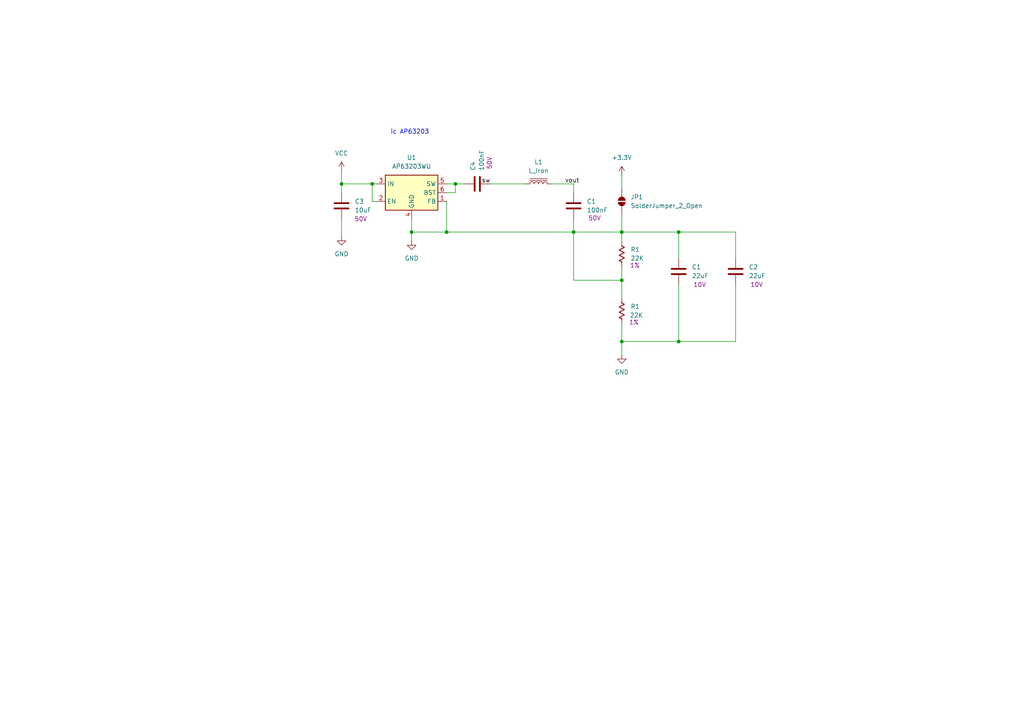
<source format=kicad_sch>
(kicad_sch
	(version 20250114)
	(generator "eeschema")
	(generator_version "9.0")
	(uuid "f0c6a69c-6524-4e6f-b39b-cc94dcccafd7")
	(paper "A4")
	(lib_symbols
		(symbol "Device:L_Iron"
			(pin_numbers
				(hide yes)
			)
			(pin_names
				(offset 1.016)
				(hide yes)
			)
			(exclude_from_sim no)
			(in_bom yes)
			(on_board yes)
			(property "Reference" "L"
				(at -1.27 0 90)
				(effects
					(font
						(size 1.27 1.27)
					)
				)
			)
			(property "Value" "L_Iron"
				(at 2.794 0 90)
				(effects
					(font
						(size 1.27 1.27)
					)
				)
			)
			(property "Footprint" ""
				(at 0 0 0)
				(effects
					(font
						(size 1.27 1.27)
					)
					(hide yes)
				)
			)
			(property "Datasheet" "~"
				(at 0 0 0)
				(effects
					(font
						(size 1.27 1.27)
					)
					(hide yes)
				)
			)
			(property "Description" "Inductor with iron core"
				(at 0 0 0)
				(effects
					(font
						(size 1.27 1.27)
					)
					(hide yes)
				)
			)
			(property "ki_keywords" "inductor choke coil reactor magnetic"
				(at 0 0 0)
				(effects
					(font
						(size 1.27 1.27)
					)
					(hide yes)
				)
			)
			(property "ki_fp_filters" "Choke_* *Coil* Inductor_* L_*"
				(at 0 0 0)
				(effects
					(font
						(size 1.27 1.27)
					)
					(hide yes)
				)
			)
			(symbol "L_Iron_0_1"
				(arc
					(start 0 2.54)
					(mid 0.6323 1.905)
					(end 0 1.27)
					(stroke
						(width 0)
						(type default)
					)
					(fill
						(type none)
					)
				)
				(arc
					(start 0 1.27)
					(mid 0.6323 0.635)
					(end 0 0)
					(stroke
						(width 0)
						(type default)
					)
					(fill
						(type none)
					)
				)
				(arc
					(start 0 0)
					(mid 0.6323 -0.635)
					(end 0 -1.27)
					(stroke
						(width 0)
						(type default)
					)
					(fill
						(type none)
					)
				)
				(arc
					(start 0 -1.27)
					(mid 0.6323 -1.905)
					(end 0 -2.54)
					(stroke
						(width 0)
						(type default)
					)
					(fill
						(type none)
					)
				)
				(polyline
					(pts
						(xy 1.016 2.54) (xy 1.016 -2.54)
					)
					(stroke
						(width 0)
						(type default)
					)
					(fill
						(type none)
					)
				)
				(polyline
					(pts
						(xy 1.524 -2.54) (xy 1.524 2.54)
					)
					(stroke
						(width 0)
						(type default)
					)
					(fill
						(type none)
					)
				)
			)
			(symbol "L_Iron_1_1"
				(pin passive line
					(at 0 3.81 270)
					(length 1.27)
					(name "1"
						(effects
							(font
								(size 1.27 1.27)
							)
						)
					)
					(number "1"
						(effects
							(font
								(size 1.27 1.27)
							)
						)
					)
				)
				(pin passive line
					(at 0 -3.81 90)
					(length 1.27)
					(name "2"
						(effects
							(font
								(size 1.27 1.27)
							)
						)
					)
					(number "2"
						(effects
							(font
								(size 1.27 1.27)
							)
						)
					)
				)
			)
			(embedded_fonts no)
		)
		(symbol "Jumper:SolderJumper_2_Open"
			(pin_numbers
				(hide yes)
			)
			(pin_names
				(offset 0)
				(hide yes)
			)
			(exclude_from_sim no)
			(in_bom no)
			(on_board yes)
			(property "Reference" "JP"
				(at 0 2.032 0)
				(effects
					(font
						(size 1.27 1.27)
					)
				)
			)
			(property "Value" "SolderJumper_2_Open"
				(at 0 -2.54 0)
				(effects
					(font
						(size 1.27 1.27)
					)
				)
			)
			(property "Footprint" ""
				(at 0 0 0)
				(effects
					(font
						(size 1.27 1.27)
					)
					(hide yes)
				)
			)
			(property "Datasheet" "~"
				(at 0 0 0)
				(effects
					(font
						(size 1.27 1.27)
					)
					(hide yes)
				)
			)
			(property "Description" "Solder Jumper, 2-pole, open"
				(at 0 0 0)
				(effects
					(font
						(size 1.27 1.27)
					)
					(hide yes)
				)
			)
			(property "ki_keywords" "solder jumper SPST"
				(at 0 0 0)
				(effects
					(font
						(size 1.27 1.27)
					)
					(hide yes)
				)
			)
			(property "ki_fp_filters" "SolderJumper*Open*"
				(at 0 0 0)
				(effects
					(font
						(size 1.27 1.27)
					)
					(hide yes)
				)
			)
			(symbol "SolderJumper_2_Open_0_1"
				(polyline
					(pts
						(xy -0.254 1.016) (xy -0.254 -1.016)
					)
					(stroke
						(width 0)
						(type default)
					)
					(fill
						(type none)
					)
				)
				(arc
					(start -0.254 -1.016)
					(mid -1.2656 0)
					(end -0.254 1.016)
					(stroke
						(width 0)
						(type default)
					)
					(fill
						(type none)
					)
				)
				(arc
					(start -0.254 -1.016)
					(mid -1.2656 0)
					(end -0.254 1.016)
					(stroke
						(width 0)
						(type default)
					)
					(fill
						(type outline)
					)
				)
				(arc
					(start 0.254 1.016)
					(mid 1.2656 0)
					(end 0.254 -1.016)
					(stroke
						(width 0)
						(type default)
					)
					(fill
						(type none)
					)
				)
				(arc
					(start 0.254 1.016)
					(mid 1.2656 0)
					(end 0.254 -1.016)
					(stroke
						(width 0)
						(type default)
					)
					(fill
						(type outline)
					)
				)
				(polyline
					(pts
						(xy 0.254 1.016) (xy 0.254 -1.016)
					)
					(stroke
						(width 0)
						(type default)
					)
					(fill
						(type none)
					)
				)
			)
			(symbol "SolderJumper_2_Open_1_1"
				(pin passive line
					(at -3.81 0 0)
					(length 2.54)
					(name "A"
						(effects
							(font
								(size 1.27 1.27)
							)
						)
					)
					(number "1"
						(effects
							(font
								(size 1.27 1.27)
							)
						)
					)
				)
				(pin passive line
					(at 3.81 0 180)
					(length 2.54)
					(name "B"
						(effects
							(font
								(size 1.27 1.27)
							)
						)
					)
					(number "2"
						(effects
							(font
								(size 1.27 1.27)
							)
						)
					)
				)
			)
			(embedded_fonts no)
		)
		(symbol "PCM_Capacitor_AKL:C_0603"
			(pin_numbers
				(hide yes)
			)
			(pin_names
				(offset 0.254)
			)
			(exclude_from_sim no)
			(in_bom yes)
			(on_board yes)
			(property "Reference" "C"
				(at 0.635 2.54 0)
				(effects
					(font
						(size 1.27 1.27)
					)
					(justify left)
				)
			)
			(property "Value" "C_0603"
				(at 0.635 -2.54 0)
				(effects
					(font
						(size 1.27 1.27)
					)
					(justify left)
				)
			)
			(property "Footprint" "PCM_Capacitor_SMD_AKL:C_0603_1608Metric"
				(at 0.9652 -3.81 0)
				(effects
					(font
						(size 1.27 1.27)
					)
					(hide yes)
				)
			)
			(property "Datasheet" "~"
				(at 0 0 0)
				(effects
					(font
						(size 1.27 1.27)
					)
					(hide yes)
				)
			)
			(property "Description" "SMD 0603 MLCC capacitor, Alternate KiCad Library"
				(at 0 0 0)
				(effects
					(font
						(size 1.27 1.27)
					)
					(hide yes)
				)
			)
			(property "ki_keywords" "cap capacitor ceramic chip mlcc smd 0603"
				(at 0 0 0)
				(effects
					(font
						(size 1.27 1.27)
					)
					(hide yes)
				)
			)
			(property "ki_fp_filters" "C_*"
				(at 0 0 0)
				(effects
					(font
						(size 1.27 1.27)
					)
					(hide yes)
				)
			)
			(symbol "C_0603_0_1"
				(polyline
					(pts
						(xy -2.032 0.762) (xy 2.032 0.762)
					)
					(stroke
						(width 0.508)
						(type default)
					)
					(fill
						(type none)
					)
				)
				(polyline
					(pts
						(xy -2.032 -0.762) (xy 2.032 -0.762)
					)
					(stroke
						(width 0.508)
						(type default)
					)
					(fill
						(type none)
					)
				)
			)
			(symbol "C_0603_0_2"
				(polyline
					(pts
						(xy -2.54 -2.54) (xy -0.381 -0.381)
					)
					(stroke
						(width 0)
						(type default)
					)
					(fill
						(type none)
					)
				)
				(polyline
					(pts
						(xy -0.508 -0.508) (xy -1.651 0.635)
					)
					(stroke
						(width 0.508)
						(type default)
					)
					(fill
						(type none)
					)
				)
				(polyline
					(pts
						(xy -0.508 -0.508) (xy 0.635 -1.651)
					)
					(stroke
						(width 0.508)
						(type default)
					)
					(fill
						(type none)
					)
				)
				(polyline
					(pts
						(xy 0.381 0.381) (xy 2.54 2.54)
					)
					(stroke
						(width 0)
						(type default)
					)
					(fill
						(type none)
					)
				)
				(polyline
					(pts
						(xy 0.508 0.508) (xy -0.635 1.651)
					)
					(stroke
						(width 0.508)
						(type default)
					)
					(fill
						(type none)
					)
				)
				(polyline
					(pts
						(xy 0.508 0.508) (xy 1.651 -0.635)
					)
					(stroke
						(width 0.508)
						(type default)
					)
					(fill
						(type none)
					)
				)
			)
			(symbol "C_0603_1_1"
				(pin passive line
					(at 0 3.81 270)
					(length 2.794)
					(name "~"
						(effects
							(font
								(size 1.27 1.27)
							)
						)
					)
					(number "1"
						(effects
							(font
								(size 1.27 1.27)
							)
						)
					)
				)
				(pin passive line
					(at 0 -3.81 90)
					(length 2.794)
					(name "~"
						(effects
							(font
								(size 1.27 1.27)
							)
						)
					)
					(number "2"
						(effects
							(font
								(size 1.27 1.27)
							)
						)
					)
				)
			)
			(symbol "C_0603_1_2"
				(pin passive line
					(at -2.54 -2.54 90)
					(length 0)
					(name "~"
						(effects
							(font
								(size 1.27 1.27)
							)
						)
					)
					(number "2"
						(effects
							(font
								(size 1.27 1.27)
							)
						)
					)
				)
				(pin passive line
					(at 2.54 2.54 270)
					(length 0)
					(name "~"
						(effects
							(font
								(size 1.27 1.27)
							)
						)
					)
					(number "1"
						(effects
							(font
								(size 1.27 1.27)
							)
						)
					)
				)
			)
			(embedded_fonts no)
		)
		(symbol "PCM_Capacitor_AKL:C_1206"
			(pin_numbers
				(hide yes)
			)
			(pin_names
				(offset 0.254)
			)
			(exclude_from_sim no)
			(in_bom yes)
			(on_board yes)
			(property "Reference" "C"
				(at 0.635 2.54 0)
				(effects
					(font
						(size 1.27 1.27)
					)
					(justify left)
				)
			)
			(property "Value" "C_1206"
				(at 0.635 -2.54 0)
				(effects
					(font
						(size 1.27 1.27)
					)
					(justify left)
				)
			)
			(property "Footprint" "PCM_Capacitor_SMD_AKL:C_1206_3216Metric"
				(at 0.9652 -3.81 0)
				(effects
					(font
						(size 1.27 1.27)
					)
					(hide yes)
				)
			)
			(property "Datasheet" "~"
				(at 0 0 0)
				(effects
					(font
						(size 1.27 1.27)
					)
					(hide yes)
				)
			)
			(property "Description" "SMD 1206 MLCC capacitor, Alternate KiCad Library"
				(at 0 0 0)
				(effects
					(font
						(size 1.27 1.27)
					)
					(hide yes)
				)
			)
			(property "ki_keywords" "cap capacitor ceramic chip mlcc smd 1206"
				(at 0 0 0)
				(effects
					(font
						(size 1.27 1.27)
					)
					(hide yes)
				)
			)
			(property "ki_fp_filters" "C_*"
				(at 0 0 0)
				(effects
					(font
						(size 1.27 1.27)
					)
					(hide yes)
				)
			)
			(symbol "C_1206_0_1"
				(polyline
					(pts
						(xy -2.032 0.762) (xy 2.032 0.762)
					)
					(stroke
						(width 0.508)
						(type default)
					)
					(fill
						(type none)
					)
				)
				(polyline
					(pts
						(xy -2.032 -0.762) (xy 2.032 -0.762)
					)
					(stroke
						(width 0.508)
						(type default)
					)
					(fill
						(type none)
					)
				)
			)
			(symbol "C_1206_0_2"
				(polyline
					(pts
						(xy -2.54 -2.54) (xy -0.381 -0.381)
					)
					(stroke
						(width 0)
						(type default)
					)
					(fill
						(type none)
					)
				)
				(polyline
					(pts
						(xy -0.508 -0.508) (xy -1.651 0.635)
					)
					(stroke
						(width 0.508)
						(type default)
					)
					(fill
						(type none)
					)
				)
				(polyline
					(pts
						(xy -0.508 -0.508) (xy 0.635 -1.651)
					)
					(stroke
						(width 0.508)
						(type default)
					)
					(fill
						(type none)
					)
				)
				(polyline
					(pts
						(xy 0.381 0.381) (xy 2.54 2.54)
					)
					(stroke
						(width 0)
						(type default)
					)
					(fill
						(type none)
					)
				)
				(polyline
					(pts
						(xy 0.508 0.508) (xy -0.635 1.651)
					)
					(stroke
						(width 0.508)
						(type default)
					)
					(fill
						(type none)
					)
				)
				(polyline
					(pts
						(xy 0.508 0.508) (xy 1.651 -0.635)
					)
					(stroke
						(width 0.508)
						(type default)
					)
					(fill
						(type none)
					)
				)
			)
			(symbol "C_1206_1_1"
				(pin passive line
					(at 0 3.81 270)
					(length 2.794)
					(name "~"
						(effects
							(font
								(size 1.27 1.27)
							)
						)
					)
					(number "1"
						(effects
							(font
								(size 1.27 1.27)
							)
						)
					)
				)
				(pin passive line
					(at 0 -3.81 90)
					(length 2.794)
					(name "~"
						(effects
							(font
								(size 1.27 1.27)
							)
						)
					)
					(number "2"
						(effects
							(font
								(size 1.27 1.27)
							)
						)
					)
				)
			)
			(symbol "C_1206_1_2"
				(pin passive line
					(at -2.54 -2.54 90)
					(length 0)
					(name "~"
						(effects
							(font
								(size 1.27 1.27)
							)
						)
					)
					(number "2"
						(effects
							(font
								(size 1.27 1.27)
							)
						)
					)
				)
				(pin passive line
					(at 2.54 2.54 270)
					(length 0)
					(name "~"
						(effects
							(font
								(size 1.27 1.27)
							)
						)
					)
					(number "1"
						(effects
							(font
								(size 1.27 1.27)
							)
						)
					)
				)
			)
			(embedded_fonts no)
		)
		(symbol "PCM_Resistor_US_AKL:R_0603"
			(pin_numbers
				(hide yes)
			)
			(pin_names
				(offset 0)
			)
			(exclude_from_sim no)
			(in_bom yes)
			(on_board yes)
			(property "Reference" "R"
				(at 2.54 1.27 0)
				(effects
					(font
						(size 1.27 1.27)
					)
					(justify left)
				)
			)
			(property "Value" "R_0603"
				(at 2.54 -1.27 0)
				(effects
					(font
						(size 1.27 1.27)
					)
					(justify left)
				)
			)
			(property "Footprint" "PCM_Resistor_SMD_AKL:R_0603_1608Metric"
				(at 0 -11.43 0)
				(effects
					(font
						(size 1.27 1.27)
					)
					(hide yes)
				)
			)
			(property "Datasheet" "~"
				(at 0 0 0)
				(effects
					(font
						(size 1.27 1.27)
					)
					(hide yes)
				)
			)
			(property "Description" "SMD 0603 Chip Resistor, US Symbol, Alternate KiCad Library"
				(at 0 0 0)
				(effects
					(font
						(size 1.27 1.27)
					)
					(hide yes)
				)
			)
			(property "ki_keywords" "R res resistor us SMD 0603"
				(at 0 0 0)
				(effects
					(font
						(size 1.27 1.27)
					)
					(hide yes)
				)
			)
			(property "ki_fp_filters" "R_*"
				(at 0 0 0)
				(effects
					(font
						(size 1.27 1.27)
					)
					(hide yes)
				)
			)
			(symbol "R_0603_0_1"
				(polyline
					(pts
						(xy 0 2.286) (xy 0 2.54)
					)
					(stroke
						(width 0.254)
						(type default)
					)
					(fill
						(type none)
					)
				)
				(polyline
					(pts
						(xy 0 2.286) (xy 0.762 1.905) (xy -0.762 1.143) (xy 0 0.762) (xy 0.762 0.381) (xy 0 0) (xy -0.762 -0.381)
						(xy 0 -0.762) (xy 0.762 -1.143) (xy 0 -1.524) (xy -0.762 -1.905) (xy 0 -2.286)
					)
					(stroke
						(width 0.254)
						(type default)
					)
					(fill
						(type none)
					)
				)
				(polyline
					(pts
						(xy 0 -2.286) (xy 0 -2.54)
					)
					(stroke
						(width 0.254)
						(type default)
					)
					(fill
						(type none)
					)
				)
			)
			(symbol "R_0603_0_2"
				(polyline
					(pts
						(xy -2.54 -2.54) (xy -1.778 -1.778)
					)
					(stroke
						(width 0)
						(type default)
					)
					(fill
						(type none)
					)
				)
				(polyline
					(pts
						(xy -1.778 -1.778) (xy -1.524 -1.524)
					)
					(stroke
						(width 0.254)
						(type default)
					)
					(fill
						(type none)
					)
				)
				(polyline
					(pts
						(xy -1.524 -1.524) (xy -1.778 -0.762) (xy -1.016 -1.016)
					)
					(stroke
						(width 0.254)
						(type default)
					)
					(fill
						(type none)
					)
				)
				(polyline
					(pts
						(xy -0.508 -0.508) (xy -0.762 0.254) (xy 0 0)
					)
					(stroke
						(width 0.254)
						(type default)
					)
					(fill
						(type none)
					)
				)
				(polyline
					(pts
						(xy -0.508 -0.508) (xy -0.254 -1.27) (xy -1.016 -1.016)
					)
					(stroke
						(width 0.254)
						(type default)
					)
					(fill
						(type none)
					)
				)
				(polyline
					(pts
						(xy 0.508 0.508) (xy 0.254 1.27) (xy 1.016 1.016)
					)
					(stroke
						(width 0.254)
						(type default)
					)
					(fill
						(type none)
					)
				)
				(polyline
					(pts
						(xy 0.508 0.508) (xy 0.762 -0.254) (xy 0 0)
					)
					(stroke
						(width 0.254)
						(type default)
					)
					(fill
						(type none)
					)
				)
				(polyline
					(pts
						(xy 1.524 1.524) (xy 1.778 0.762) (xy 1.016 1.016)
					)
					(stroke
						(width 0.254)
						(type default)
					)
					(fill
						(type none)
					)
				)
				(polyline
					(pts
						(xy 1.778 1.778) (xy 1.524 1.524)
					)
					(stroke
						(width 0.254)
						(type default)
					)
					(fill
						(type none)
					)
				)
				(polyline
					(pts
						(xy 1.778 1.778) (xy 2.54 2.54)
					)
					(stroke
						(width 0)
						(type default)
					)
					(fill
						(type none)
					)
				)
			)
			(symbol "R_0603_1_1"
				(pin passive line
					(at 0 3.81 270)
					(length 1.27)
					(name "~"
						(effects
							(font
								(size 1.27 1.27)
							)
						)
					)
					(number "1"
						(effects
							(font
								(size 1.27 1.27)
							)
						)
					)
				)
				(pin passive line
					(at 0 -3.81 90)
					(length 1.27)
					(name "~"
						(effects
							(font
								(size 1.27 1.27)
							)
						)
					)
					(number "2"
						(effects
							(font
								(size 1.27 1.27)
							)
						)
					)
				)
			)
			(symbol "R_0603_1_2"
				(pin passive line
					(at -2.54 -2.54 0)
					(length 0)
					(name ""
						(effects
							(font
								(size 1.27 1.27)
							)
						)
					)
					(number "2"
						(effects
							(font
								(size 1.27 1.27)
							)
						)
					)
				)
				(pin passive line
					(at 2.54 2.54 180)
					(length 0)
					(name ""
						(effects
							(font
								(size 1.27 1.27)
							)
						)
					)
					(number "1"
						(effects
							(font
								(size 1.27 1.27)
							)
						)
					)
				)
			)
			(embedded_fonts no)
		)
		(symbol "Regulator_Switching:AP63203WU"
			(exclude_from_sim no)
			(in_bom yes)
			(on_board yes)
			(property "Reference" "U"
				(at -7.62 6.35 0)
				(effects
					(font
						(size 1.27 1.27)
					)
				)
			)
			(property "Value" "AP63203WU"
				(at 2.54 6.35 0)
				(effects
					(font
						(size 1.27 1.27)
					)
				)
			)
			(property "Footprint" "Package_TO_SOT_SMD:TSOT-23-6"
				(at 0 -22.86 0)
				(effects
					(font
						(size 1.27 1.27)
					)
					(hide yes)
				)
			)
			(property "Datasheet" "https://www.diodes.com/assets/Datasheets/AP63200-AP63201-AP63203-AP63205.pdf"
				(at 0 0 0)
				(effects
					(font
						(size 1.27 1.27)
					)
					(hide yes)
				)
			)
			(property "Description" "2A, 1.1MHz Buck DC/DC Converter, fixed 3.3V output voltage, TSOT-23-6"
				(at 0 0 0)
				(effects
					(font
						(size 1.27 1.27)
					)
					(hide yes)
				)
			)
			(property "ki_keywords" "2A Buck DC/DC"
				(at 0 0 0)
				(effects
					(font
						(size 1.27 1.27)
					)
					(hide yes)
				)
			)
			(property "ki_fp_filters" "TSOT?23*"
				(at 0 0 0)
				(effects
					(font
						(size 1.27 1.27)
					)
					(hide yes)
				)
			)
			(symbol "AP63203WU_0_1"
				(rectangle
					(start -7.62 5.08)
					(end 7.62 -5.08)
					(stroke
						(width 0.254)
						(type default)
					)
					(fill
						(type background)
					)
				)
			)
			(symbol "AP63203WU_1_1"
				(pin power_in line
					(at -10.16 2.54 0)
					(length 2.54)
					(name "IN"
						(effects
							(font
								(size 1.27 1.27)
							)
						)
					)
					(number "3"
						(effects
							(font
								(size 1.27 1.27)
							)
						)
					)
				)
				(pin input line
					(at -10.16 -2.54 0)
					(length 2.54)
					(name "EN"
						(effects
							(font
								(size 1.27 1.27)
							)
						)
					)
					(number "2"
						(effects
							(font
								(size 1.27 1.27)
							)
						)
					)
				)
				(pin power_in line
					(at 0 -7.62 90)
					(length 2.54)
					(name "GND"
						(effects
							(font
								(size 1.27 1.27)
							)
						)
					)
					(number "4"
						(effects
							(font
								(size 1.27 1.27)
							)
						)
					)
				)
				(pin output line
					(at 10.16 2.54 180)
					(length 2.54)
					(name "SW"
						(effects
							(font
								(size 1.27 1.27)
							)
						)
					)
					(number "5"
						(effects
							(font
								(size 1.27 1.27)
							)
						)
					)
				)
				(pin passive line
					(at 10.16 0 180)
					(length 2.54)
					(name "BST"
						(effects
							(font
								(size 1.27 1.27)
							)
						)
					)
					(number "6"
						(effects
							(font
								(size 1.27 1.27)
							)
						)
					)
				)
				(pin input line
					(at 10.16 -2.54 180)
					(length 2.54)
					(name "FB"
						(effects
							(font
								(size 1.27 1.27)
							)
						)
					)
					(number "1"
						(effects
							(font
								(size 1.27 1.27)
							)
						)
					)
				)
			)
			(embedded_fonts no)
		)
		(symbol "power:+3.3V"
			(power)
			(pin_numbers
				(hide yes)
			)
			(pin_names
				(offset 0)
				(hide yes)
			)
			(exclude_from_sim no)
			(in_bom yes)
			(on_board yes)
			(property "Reference" "#PWR"
				(at 0 -3.81 0)
				(effects
					(font
						(size 1.27 1.27)
					)
					(hide yes)
				)
			)
			(property "Value" "+3.3V"
				(at 0 3.556 0)
				(effects
					(font
						(size 1.27 1.27)
					)
				)
			)
			(property "Footprint" ""
				(at 0 0 0)
				(effects
					(font
						(size 1.27 1.27)
					)
					(hide yes)
				)
			)
			(property "Datasheet" ""
				(at 0 0 0)
				(effects
					(font
						(size 1.27 1.27)
					)
					(hide yes)
				)
			)
			(property "Description" "Power symbol creates a global label with name \"+3.3V\""
				(at 0 0 0)
				(effects
					(font
						(size 1.27 1.27)
					)
					(hide yes)
				)
			)
			(property "ki_keywords" "global power"
				(at 0 0 0)
				(effects
					(font
						(size 1.27 1.27)
					)
					(hide yes)
				)
			)
			(symbol "+3.3V_0_1"
				(polyline
					(pts
						(xy -0.762 1.27) (xy 0 2.54)
					)
					(stroke
						(width 0)
						(type default)
					)
					(fill
						(type none)
					)
				)
				(polyline
					(pts
						(xy 0 2.54) (xy 0.762 1.27)
					)
					(stroke
						(width 0)
						(type default)
					)
					(fill
						(type none)
					)
				)
				(polyline
					(pts
						(xy 0 0) (xy 0 2.54)
					)
					(stroke
						(width 0)
						(type default)
					)
					(fill
						(type none)
					)
				)
			)
			(symbol "+3.3V_1_1"
				(pin power_in line
					(at 0 0 90)
					(length 0)
					(name "~"
						(effects
							(font
								(size 1.27 1.27)
							)
						)
					)
					(number "1"
						(effects
							(font
								(size 1.27 1.27)
							)
						)
					)
				)
			)
			(embedded_fonts no)
		)
		(symbol "power:GND"
			(power)
			(pin_numbers
				(hide yes)
			)
			(pin_names
				(offset 0)
				(hide yes)
			)
			(exclude_from_sim no)
			(in_bom yes)
			(on_board yes)
			(property "Reference" "#PWR"
				(at 0 -6.35 0)
				(effects
					(font
						(size 1.27 1.27)
					)
					(hide yes)
				)
			)
			(property "Value" "GND"
				(at 0 -3.81 0)
				(effects
					(font
						(size 1.27 1.27)
					)
				)
			)
			(property "Footprint" ""
				(at 0 0 0)
				(effects
					(font
						(size 1.27 1.27)
					)
					(hide yes)
				)
			)
			(property "Datasheet" ""
				(at 0 0 0)
				(effects
					(font
						(size 1.27 1.27)
					)
					(hide yes)
				)
			)
			(property "Description" "Power symbol creates a global label with name \"GND\" , ground"
				(at 0 0 0)
				(effects
					(font
						(size 1.27 1.27)
					)
					(hide yes)
				)
			)
			(property "ki_keywords" "global power"
				(at 0 0 0)
				(effects
					(font
						(size 1.27 1.27)
					)
					(hide yes)
				)
			)
			(symbol "GND_0_1"
				(polyline
					(pts
						(xy 0 0) (xy 0 -1.27) (xy 1.27 -1.27) (xy 0 -2.54) (xy -1.27 -1.27) (xy 0 -1.27)
					)
					(stroke
						(width 0)
						(type default)
					)
					(fill
						(type none)
					)
				)
			)
			(symbol "GND_1_1"
				(pin power_in line
					(at 0 0 270)
					(length 0)
					(name "~"
						(effects
							(font
								(size 1.27 1.27)
							)
						)
					)
					(number "1"
						(effects
							(font
								(size 1.27 1.27)
							)
						)
					)
				)
			)
			(embedded_fonts no)
		)
		(symbol "power:VCC"
			(power)
			(pin_numbers
				(hide yes)
			)
			(pin_names
				(offset 0)
				(hide yes)
			)
			(exclude_from_sim no)
			(in_bom yes)
			(on_board yes)
			(property "Reference" "#PWR"
				(at 0 -3.81 0)
				(effects
					(font
						(size 1.27 1.27)
					)
					(hide yes)
				)
			)
			(property "Value" "VCC"
				(at 0 3.556 0)
				(effects
					(font
						(size 1.27 1.27)
					)
				)
			)
			(property "Footprint" ""
				(at 0 0 0)
				(effects
					(font
						(size 1.27 1.27)
					)
					(hide yes)
				)
			)
			(property "Datasheet" ""
				(at 0 0 0)
				(effects
					(font
						(size 1.27 1.27)
					)
					(hide yes)
				)
			)
			(property "Description" "Power symbol creates a global label with name \"VCC\""
				(at 0 0 0)
				(effects
					(font
						(size 1.27 1.27)
					)
					(hide yes)
				)
			)
			(property "ki_keywords" "global power"
				(at 0 0 0)
				(effects
					(font
						(size 1.27 1.27)
					)
					(hide yes)
				)
			)
			(symbol "VCC_0_1"
				(polyline
					(pts
						(xy -0.762 1.27) (xy 0 2.54)
					)
					(stroke
						(width 0)
						(type default)
					)
					(fill
						(type none)
					)
				)
				(polyline
					(pts
						(xy 0 2.54) (xy 0.762 1.27)
					)
					(stroke
						(width 0)
						(type default)
					)
					(fill
						(type none)
					)
				)
				(polyline
					(pts
						(xy 0 0) (xy 0 2.54)
					)
					(stroke
						(width 0)
						(type default)
					)
					(fill
						(type none)
					)
				)
			)
			(symbol "VCC_1_1"
				(pin power_in line
					(at 0 0 90)
					(length 0)
					(name "~"
						(effects
							(font
								(size 1.27 1.27)
							)
						)
					)
					(number "1"
						(effects
							(font
								(size 1.27 1.27)
							)
						)
					)
				)
			)
			(embedded_fonts no)
		)
	)
	(text "ic AP63203"
		(exclude_from_sim no)
		(at 118.872 38.354 0)
		(effects
			(font
				(size 1.27 1.27)
			)
		)
		(uuid "3117c0cd-646c-4a00-af05-068fafb986ac")
	)
	(junction
		(at 196.85 99.06)
		(diameter 0)
		(color 0 0 0 0)
		(uuid "23d3c55b-b303-4392-a5a5-a7e05df4ae9c")
	)
	(junction
		(at 119.38 67.31)
		(diameter 0)
		(color 0 0 0 0)
		(uuid "35c54082-2e92-4054-b85d-45f6cb4f5617")
	)
	(junction
		(at 196.85 67.31)
		(diameter 0)
		(color 0 0 0 0)
		(uuid "46d6ff57-71a9-4c2d-9d91-420863712fbb")
	)
	(junction
		(at 129.54 67.31)
		(diameter 0)
		(color 0 0 0 0)
		(uuid "6ac92651-a059-4523-858e-69b3b5d4c89f")
	)
	(junction
		(at 180.34 99.06)
		(diameter 0)
		(color 0 0 0 0)
		(uuid "6bcd83a2-4026-454a-8e38-8146a563ba9e")
	)
	(junction
		(at 166.37 67.31)
		(diameter 0)
		(color 0 0 0 0)
		(uuid "7d17df59-3ab9-4b13-8ae1-fddd60f70a9f")
	)
	(junction
		(at 180.34 67.31)
		(diameter 0)
		(color 0 0 0 0)
		(uuid "82691b0d-f0c7-45e7-8b9e-c7002e4857da")
	)
	(junction
		(at 132.08 53.34)
		(diameter 0)
		(color 0 0 0 0)
		(uuid "b04202bc-ebd5-407c-a9aa-e28a7fc51246")
	)
	(junction
		(at 99.06 53.34)
		(diameter 0)
		(color 0 0 0 0)
		(uuid "cc0d5978-98bb-4710-ad2b-2ed4d070bee3")
	)
	(junction
		(at 107.95 53.34)
		(diameter 0)
		(color 0 0 0 0)
		(uuid "ce34c055-1756-4e81-a751-6c9d4c13728e")
	)
	(junction
		(at 180.34 81.28)
		(diameter 0)
		(color 0 0 0 0)
		(uuid "f0b91978-d997-4d1f-a36f-ae4da5cb6b71")
	)
	(wire
		(pts
			(xy 129.54 67.31) (xy 166.37 67.31)
		)
		(stroke
			(width 0)
			(type default)
		)
		(uuid "002aab37-0e50-42cc-870b-cd12d162dbea")
	)
	(wire
		(pts
			(xy 180.34 67.31) (xy 196.85 67.31)
		)
		(stroke
			(width 0)
			(type default)
		)
		(uuid "03e9a92c-376c-413b-9584-dee2d60e02d4")
	)
	(wire
		(pts
			(xy 196.85 82.55) (xy 196.85 99.06)
		)
		(stroke
			(width 0)
			(type default)
		)
		(uuid "05f8dc2d-2f20-4beb-a029-b43675e60f1d")
	)
	(wire
		(pts
			(xy 166.37 81.28) (xy 166.37 67.31)
		)
		(stroke
			(width 0)
			(type default)
		)
		(uuid "1d8e58c4-4dac-4985-93e6-5dc4ea7f61ed")
	)
	(wire
		(pts
			(xy 99.06 55.88) (xy 99.06 53.34)
		)
		(stroke
			(width 0)
			(type default)
		)
		(uuid "260b2a8b-792b-4ff6-9f76-5f19027e117d")
	)
	(wire
		(pts
			(xy 129.54 58.42) (xy 129.54 67.31)
		)
		(stroke
			(width 0)
			(type default)
		)
		(uuid "26569bcb-bcf3-4b43-a2dd-55bbdb359f25")
	)
	(wire
		(pts
			(xy 107.95 53.34) (xy 109.22 53.34)
		)
		(stroke
			(width 0)
			(type default)
		)
		(uuid "2c23ba04-f0a9-47e6-9a79-1568366d022e")
	)
	(wire
		(pts
			(xy 180.34 86.36) (xy 180.34 81.28)
		)
		(stroke
			(width 0)
			(type default)
		)
		(uuid "33ed1a5c-02c1-4c05-a301-a275721af87c")
	)
	(wire
		(pts
			(xy 119.38 63.5) (xy 119.38 67.31)
		)
		(stroke
			(width 0)
			(type default)
		)
		(uuid "39cec4c8-5dbe-4f6c-9f45-725e87419fac")
	)
	(wire
		(pts
			(xy 160.02 53.34) (xy 166.37 53.34)
		)
		(stroke
			(width 0)
			(type default)
		)
		(uuid "3f4d4e7f-90e8-48a9-8042-b1be3362361b")
	)
	(wire
		(pts
			(xy 134.62 53.34) (xy 132.08 53.34)
		)
		(stroke
			(width 0)
			(type default)
		)
		(uuid "40e2f506-4938-43f7-a0e3-6f931e5eabe3")
	)
	(wire
		(pts
			(xy 180.34 69.85) (xy 180.34 67.31)
		)
		(stroke
			(width 0)
			(type default)
		)
		(uuid "4603cc3d-09c9-4704-b50b-42ce756b1340")
	)
	(wire
		(pts
			(xy 119.38 67.31) (xy 119.38 69.85)
		)
		(stroke
			(width 0)
			(type default)
		)
		(uuid "4e82746a-3a7b-46b9-8b7f-82d974e79bfc")
	)
	(wire
		(pts
			(xy 119.38 67.31) (xy 129.54 67.31)
		)
		(stroke
			(width 0)
			(type default)
		)
		(uuid "59318c23-9aaa-490c-89c5-fb873144e375")
	)
	(wire
		(pts
			(xy 180.34 67.31) (xy 166.37 67.31)
		)
		(stroke
			(width 0)
			(type default)
		)
		(uuid "6eef46f0-7ef7-43ad-b39b-5c2c0b6b08b9")
	)
	(wire
		(pts
			(xy 213.36 99.06) (xy 196.85 99.06)
		)
		(stroke
			(width 0)
			(type default)
		)
		(uuid "747bea6b-f697-4b47-a1dd-5d49144e2619")
	)
	(wire
		(pts
			(xy 99.06 53.34) (xy 107.95 53.34)
		)
		(stroke
			(width 0)
			(type default)
		)
		(uuid "7fe560ac-8695-472b-8011-7359bb5b1d78")
	)
	(wire
		(pts
			(xy 129.54 53.34) (xy 132.08 53.34)
		)
		(stroke
			(width 0)
			(type default)
		)
		(uuid "8281284d-53a5-4026-bbd5-7deace003b23")
	)
	(wire
		(pts
			(xy 166.37 81.28) (xy 180.34 81.28)
		)
		(stroke
			(width 0)
			(type default)
		)
		(uuid "83a1aca2-73d4-475d-b38a-e9391253fa00")
	)
	(wire
		(pts
			(xy 166.37 53.34) (xy 166.37 55.88)
		)
		(stroke
			(width 0)
			(type default)
		)
		(uuid "926cca13-2ae3-4e5a-8516-8e917fb6b59d")
	)
	(wire
		(pts
			(xy 180.34 93.98) (xy 180.34 99.06)
		)
		(stroke
			(width 0)
			(type default)
		)
		(uuid "a30afc28-6d2b-4840-b7d2-ff5782beb2b5")
	)
	(wire
		(pts
			(xy 180.34 50.8) (xy 180.34 54.61)
		)
		(stroke
			(width 0)
			(type default)
		)
		(uuid "b18cbf36-9f84-44de-b7d6-8fbbdfb58933")
	)
	(wire
		(pts
			(xy 142.24 53.34) (xy 152.4 53.34)
		)
		(stroke
			(width 0)
			(type default)
		)
		(uuid "b524e793-8029-4529-8b2f-d22490b1ceb3")
	)
	(wire
		(pts
			(xy 213.36 82.55) (xy 213.36 99.06)
		)
		(stroke
			(width 0)
			(type default)
		)
		(uuid "b8e4f837-48d4-4194-b8b1-5a2460bcd1cd")
	)
	(wire
		(pts
			(xy 107.95 58.42) (xy 107.95 53.34)
		)
		(stroke
			(width 0)
			(type default)
		)
		(uuid "b9ecefe5-b37b-4f8a-ac24-a9a6a7ac787d")
	)
	(wire
		(pts
			(xy 132.08 53.34) (xy 132.08 55.88)
		)
		(stroke
			(width 0)
			(type default)
		)
		(uuid "bdcf44f3-724b-4188-ac5e-51402b5fb87f")
	)
	(wire
		(pts
			(xy 180.34 62.23) (xy 180.34 67.31)
		)
		(stroke
			(width 0)
			(type default)
		)
		(uuid "c76483dc-7ff7-4492-8f6a-3bbc5ea1e655")
	)
	(wire
		(pts
			(xy 99.06 49.53) (xy 99.06 53.34)
		)
		(stroke
			(width 0)
			(type default)
		)
		(uuid "caffb9bb-b01f-4246-b59b-f723bd82e3df")
	)
	(wire
		(pts
			(xy 166.37 63.5) (xy 166.37 67.31)
		)
		(stroke
			(width 0)
			(type default)
		)
		(uuid "cd8e6474-109b-43e9-aeef-c0ae8bcc4851")
	)
	(wire
		(pts
			(xy 196.85 99.06) (xy 180.34 99.06)
		)
		(stroke
			(width 0)
			(type default)
		)
		(uuid "ce0ffbc9-839a-4839-a9f3-2d586865f7ea")
	)
	(wire
		(pts
			(xy 132.08 55.88) (xy 129.54 55.88)
		)
		(stroke
			(width 0)
			(type default)
		)
		(uuid "d547b2e0-4256-48d2-94ea-163f82aa23c3")
	)
	(wire
		(pts
			(xy 180.34 99.06) (xy 180.34 102.87)
		)
		(stroke
			(width 0)
			(type default)
		)
		(uuid "d95f1101-faab-4eb0-9dfa-df94efe84ae0")
	)
	(wire
		(pts
			(xy 196.85 74.93) (xy 196.85 67.31)
		)
		(stroke
			(width 0)
			(type default)
		)
		(uuid "e070853b-47b1-4001-b0af-4aead261492d")
	)
	(wire
		(pts
			(xy 109.22 58.42) (xy 107.95 58.42)
		)
		(stroke
			(width 0)
			(type default)
		)
		(uuid "e5725f29-f89b-458e-a72a-bdb3d5776eed")
	)
	(wire
		(pts
			(xy 213.36 74.93) (xy 213.36 67.31)
		)
		(stroke
			(width 0)
			(type default)
		)
		(uuid "ef414497-5424-41c8-9328-80a2d1199fa6")
	)
	(wire
		(pts
			(xy 99.06 63.5) (xy 99.06 68.58)
		)
		(stroke
			(width 0)
			(type default)
		)
		(uuid "f4985321-594c-40be-8e8d-83cbcabd1d2d")
	)
	(wire
		(pts
			(xy 180.34 77.47) (xy 180.34 81.28)
		)
		(stroke
			(width 0)
			(type default)
		)
		(uuid "f72fc8a4-a00a-4b16-ae43-4e6371171a61")
	)
	(wire
		(pts
			(xy 196.85 67.31) (xy 213.36 67.31)
		)
		(stroke
			(width 0)
			(type default)
		)
		(uuid "f88cda7d-21c5-4f61-bf08-9464314a9494")
	)
	(label "vout"
		(at 163.83 53.34 0)
		(effects
			(font
				(size 1.27 1.27)
			)
			(justify left bottom)
		)
		(uuid "3f0d56cc-c6eb-4172-9039-050529114dbd")
	)
	(label "sw"
		(at 139.7 53.34 0)
		(effects
			(font
				(size 1.27 1.27)
			)
			(justify left bottom)
		)
		(uuid "83efdd30-14b8-433b-8258-7f1e77c8e20c")
	)
	(symbol
		(lib_id "Regulator_Switching:AP63203WU")
		(at 119.38 55.88 0)
		(unit 1)
		(exclude_from_sim no)
		(in_bom yes)
		(on_board yes)
		(dnp no)
		(fields_autoplaced yes)
		(uuid "2674eb87-259b-4387-b18d-788b80476a50")
		(property "Reference" "U1"
			(at 119.38 45.72 0)
			(effects
				(font
					(size 1.27 1.27)
				)
			)
		)
		(property "Value" "AP63203WU"
			(at 119.38 48.26 0)
			(effects
				(font
					(size 1.27 1.27)
				)
			)
		)
		(property "Footprint" "Package_TO_SOT_SMD:TSOT-23-6"
			(at 119.38 78.74 0)
			(effects
				(font
					(size 1.27 1.27)
				)
				(hide yes)
			)
		)
		(property "Datasheet" "https://www.diodes.com/assets/Datasheets/AP63200-AP63201-AP63203-AP63205.pdf"
			(at 119.38 55.88 0)
			(effects
				(font
					(size 1.27 1.27)
				)
				(hide yes)
			)
		)
		(property "Description" "2A, 1.1MHz Buck DC/DC Converter, fixed 3.3V output voltage, TSOT-23-6"
			(at 119.38 55.88 0)
			(effects
				(font
					(size 1.27 1.27)
				)
				(hide yes)
			)
		)
		(pin "1"
			(uuid "55244f92-5826-4b67-8020-6047db6c6561")
		)
		(pin "3"
			(uuid "cdb89e53-0f7d-488c-ab1f-3048493ef01d")
		)
		(pin "5"
			(uuid "1ce9d8b9-b6f5-4fc9-8578-1e21a8ab6794")
		)
		(pin "2"
			(uuid "2a66fe84-4ede-498e-b8cd-abce05751a87")
		)
		(pin "6"
			(uuid "9ff2912c-ba14-4752-9916-2ea404f697f5")
		)
		(pin "4"
			(uuid "7394eb04-8a61-4239-866b-8d478633106e")
		)
		(instances
			(project "NIVARA PROJECT"
				(path "/dc6fb271-dfd0-4448-98f1-862b1cc93a80/2ca62569-d560-4cca-9470-52fd378086ae/6de07e31-93f4-495f-9bfb-004ea628e6c0"
					(reference "U1")
					(unit 1)
				)
			)
		)
	)
	(symbol
		(lib_id "Device:L_Iron")
		(at 156.21 53.34 270)
		(mirror x)
		(unit 1)
		(exclude_from_sim no)
		(in_bom yes)
		(on_board yes)
		(dnp no)
		(uuid "3450b924-190e-4de2-8420-895f8ac25165")
		(property "Reference" "L1"
			(at 156.21 46.99 90)
			(effects
				(font
					(size 1.27 1.27)
				)
			)
		)
		(property "Value" "L_Iron"
			(at 156.21 49.53 90)
			(effects
				(font
					(size 1.27 1.27)
				)
			)
		)
		(property "Footprint" "Inductor_SMD:L_Chilisin_BMRA00040420"
			(at 156.21 53.34 0)
			(effects
				(font
					(size 1.27 1.27)
				)
				(hide yes)
			)
		)
		(property "Datasheet" "~"
			(at 156.21 53.34 0)
			(effects
				(font
					(size 1.27 1.27)
				)
				(hide yes)
			)
		)
		(property "Description" "Inductor with iron core"
			(at 156.21 53.34 0)
			(effects
				(font
					(size 1.27 1.27)
				)
				(hide yes)
			)
		)
		(property "Part number" "SL0624-6R8M"
			(at 156.21 53.34 90)
			(effects
				(font
					(size 1.27 1.27)
				)
				(hide yes)
			)
		)
		(pin "1"
			(uuid "dfd03d95-c44e-403a-97da-b26607741320")
		)
		(pin "2"
			(uuid "c9a251bc-0cb9-4004-a9b1-0336b50c911d")
		)
		(instances
			(project "NIVARA PROJECT"
				(path "/dc6fb271-dfd0-4448-98f1-862b1cc93a80/2ca62569-d560-4cca-9470-52fd378086ae/6de07e31-93f4-495f-9bfb-004ea628e6c0"
					(reference "L1")
					(unit 1)
				)
			)
		)
	)
	(symbol
		(lib_id "power:VCC")
		(at 99.06 49.53 0)
		(unit 1)
		(exclude_from_sim no)
		(in_bom yes)
		(on_board yes)
		(dnp no)
		(fields_autoplaced yes)
		(uuid "475356a1-78ba-456f-ae04-258ad4c2512a")
		(property "Reference" "#PWR012"
			(at 99.06 53.34 0)
			(effects
				(font
					(size 1.27 1.27)
				)
				(hide yes)
			)
		)
		(property "Value" "VCC"
			(at 99.06 44.45 0)
			(effects
				(font
					(size 1.27 1.27)
				)
			)
		)
		(property "Footprint" ""
			(at 99.06 49.53 0)
			(effects
				(font
					(size 1.27 1.27)
				)
				(hide yes)
			)
		)
		(property "Datasheet" ""
			(at 99.06 49.53 0)
			(effects
				(font
					(size 1.27 1.27)
				)
				(hide yes)
			)
		)
		(property "Description" "Power symbol creates a global label with name \"VCC\""
			(at 99.06 49.53 0)
			(effects
				(font
					(size 1.27 1.27)
				)
				(hide yes)
			)
		)
		(pin "1"
			(uuid "2da59c60-4c0f-4f2d-86bc-ab82d02e1fa4")
		)
		(instances
			(project "NIVARA PROJECT"
				(path "/dc6fb271-dfd0-4448-98f1-862b1cc93a80/2ca62569-d560-4cca-9470-52fd378086ae/6de07e31-93f4-495f-9bfb-004ea628e6c0"
					(reference "#PWR012")
					(unit 1)
				)
			)
		)
	)
	(symbol
		(lib_id "power:+3.3V")
		(at 180.34 50.8 0)
		(unit 1)
		(exclude_from_sim no)
		(in_bom yes)
		(on_board yes)
		(dnp no)
		(fields_autoplaced yes)
		(uuid "55f61338-67ff-47e9-8802-ba61d36d46e6")
		(property "Reference" "#PWR011"
			(at 180.34 54.61 0)
			(effects
				(font
					(size 1.27 1.27)
				)
				(hide yes)
			)
		)
		(property "Value" "+3.3V"
			(at 180.34 45.72 0)
			(effects
				(font
					(size 1.27 1.27)
				)
			)
		)
		(property "Footprint" ""
			(at 180.34 50.8 0)
			(effects
				(font
					(size 1.27 1.27)
				)
				(hide yes)
			)
		)
		(property "Datasheet" ""
			(at 180.34 50.8 0)
			(effects
				(font
					(size 1.27 1.27)
				)
				(hide yes)
			)
		)
		(property "Description" "Power symbol creates a global label with name \"+3.3V\""
			(at 180.34 50.8 0)
			(effects
				(font
					(size 1.27 1.27)
				)
				(hide yes)
			)
		)
		(pin "1"
			(uuid "06d678a5-9929-4404-aff9-bc5ecce953be")
		)
		(instances
			(project "NIVARA PROJECT"
				(path "/dc6fb271-dfd0-4448-98f1-862b1cc93a80/2ca62569-d560-4cca-9470-52fd378086ae/6de07e31-93f4-495f-9bfb-004ea628e6c0"
					(reference "#PWR011")
					(unit 1)
				)
			)
		)
	)
	(symbol
		(lib_id "power:GND")
		(at 119.38 69.85 0)
		(unit 1)
		(exclude_from_sim no)
		(in_bom yes)
		(on_board yes)
		(dnp no)
		(fields_autoplaced yes)
		(uuid "62c33b12-a14e-4e8e-9ca9-aaa489319bec")
		(property "Reference" "#PWR08"
			(at 119.38 76.2 0)
			(effects
				(font
					(size 1.27 1.27)
				)
				(hide yes)
			)
		)
		(property "Value" "GND"
			(at 119.38 74.93 0)
			(effects
				(font
					(size 1.27 1.27)
				)
			)
		)
		(property "Footprint" ""
			(at 119.38 69.85 0)
			(effects
				(font
					(size 1.27 1.27)
				)
				(hide yes)
			)
		)
		(property "Datasheet" ""
			(at 119.38 69.85 0)
			(effects
				(font
					(size 1.27 1.27)
				)
				(hide yes)
			)
		)
		(property "Description" "Power symbol creates a global label with name \"GND\" , ground"
			(at 119.38 69.85 0)
			(effects
				(font
					(size 1.27 1.27)
				)
				(hide yes)
			)
		)
		(pin "1"
			(uuid "41242f86-0fc4-4582-a361-4978f41d9ec7")
		)
		(instances
			(project "NIVARA PROJECT"
				(path "/dc6fb271-dfd0-4448-98f1-862b1cc93a80/2ca62569-d560-4cca-9470-52fd378086ae/6de07e31-93f4-495f-9bfb-004ea628e6c0"
					(reference "#PWR08")
					(unit 1)
				)
			)
		)
	)
	(symbol
		(lib_id "power:GND")
		(at 99.06 68.58 0)
		(unit 1)
		(exclude_from_sim no)
		(in_bom yes)
		(on_board yes)
		(dnp no)
		(fields_autoplaced yes)
		(uuid "632815b4-1ca0-43f9-adcd-ee7e3560add9")
		(property "Reference" "#PWR01"
			(at 99.06 74.93 0)
			(effects
				(font
					(size 1.27 1.27)
				)
				(hide yes)
			)
		)
		(property "Value" "GND"
			(at 99.06 73.66 0)
			(effects
				(font
					(size 1.27 1.27)
				)
			)
		)
		(property "Footprint" ""
			(at 99.06 68.58 0)
			(effects
				(font
					(size 1.27 1.27)
				)
				(hide yes)
			)
		)
		(property "Datasheet" ""
			(at 99.06 68.58 0)
			(effects
				(font
					(size 1.27 1.27)
				)
				(hide yes)
			)
		)
		(property "Description" "Power symbol creates a global label with name \"GND\" , ground"
			(at 99.06 68.58 0)
			(effects
				(font
					(size 1.27 1.27)
				)
				(hide yes)
			)
		)
		(pin "1"
			(uuid "c9435fe4-07a4-4545-a27a-24208263965b")
		)
		(instances
			(project "NIVARA PROJECT"
				(path "/dc6fb271-dfd0-4448-98f1-862b1cc93a80/2ca62569-d560-4cca-9470-52fd378086ae/6de07e31-93f4-495f-9bfb-004ea628e6c0"
					(reference "#PWR01")
					(unit 1)
				)
			)
		)
	)
	(symbol
		(lib_id "PCM_Resistor_US_AKL:R_0603")
		(at 180.34 73.66 0)
		(unit 1)
		(exclude_from_sim no)
		(in_bom yes)
		(on_board yes)
		(dnp no)
		(uuid "65ce2af2-d536-4322-8475-a7ca00bdd41b")
		(property "Reference" "R1"
			(at 182.88 72.3899 0)
			(effects
				(font
					(size 1.27 1.27)
				)
				(justify left)
			)
		)
		(property "Value" "22K"
			(at 182.88 74.9299 0)
			(effects
				(font
					(size 1.27 1.27)
				)
				(justify left)
			)
		)
		(property "Footprint" "PCM_Resistor_SMD_AKL:R_0603_1608Metric"
			(at 180.34 85.09 0)
			(effects
				(font
					(size 1.27 1.27)
				)
				(hide yes)
			)
		)
		(property "Datasheet" "~"
			(at 180.34 73.66 0)
			(effects
				(font
					(size 1.27 1.27)
				)
				(hide yes)
			)
		)
		(property "Description" "SMD 0603 Chip Resistor, US Symbol, Alternate KiCad Library"
			(at 180.34 73.66 0)
			(effects
				(font
					(size 1.27 1.27)
				)
				(hide yes)
			)
		)
		(property "Tolerancia" "1%"
			(at 184.15 76.962 0)
			(effects
				(font
					(size 1.27 1.27)
				)
			)
		)
		(pin "1"
			(uuid "b4978940-0e69-4082-b45d-610a8603791c")
		)
		(pin "2"
			(uuid "1469d0c1-5211-4446-aff4-8a47b10e560b")
		)
		(instances
			(project "NIVARA PROJECT"
				(path "/dc6fb271-dfd0-4448-98f1-862b1cc93a80/2ca62569-d560-4cca-9470-52fd378086ae/6de07e31-93f4-495f-9bfb-004ea628e6c0"
					(reference "R1")
					(unit 1)
				)
			)
		)
	)
	(symbol
		(lib_id "PCM_Capacitor_AKL:C_0603")
		(at 166.37 59.69 0)
		(unit 1)
		(exclude_from_sim no)
		(in_bom yes)
		(on_board yes)
		(dnp no)
		(uuid "6c1134ca-d614-4f69-8eda-ef52bf50acba")
		(property "Reference" "C1"
			(at 170.18 58.4199 0)
			(effects
				(font
					(size 1.27 1.27)
				)
				(justify left)
			)
		)
		(property "Value" "100nF"
			(at 170.18 60.9599 0)
			(effects
				(font
					(size 1.27 1.27)
				)
				(justify left)
			)
		)
		(property "Footprint" "PCM_Capacitor_SMD_AKL:C_0603_1608Metric"
			(at 167.3352 63.5 0)
			(effects
				(font
					(size 1.27 1.27)
				)
				(hide yes)
			)
		)
		(property "Datasheet" "~"
			(at 166.37 59.69 0)
			(effects
				(font
					(size 1.27 1.27)
				)
				(hide yes)
			)
		)
		(property "Description" "SMD 0603 MLCC capacitor, Alternate KiCad Library"
			(at 166.37 59.69 0)
			(effects
				(font
					(size 1.27 1.27)
				)
				(hide yes)
			)
		)
		(property "VOL" "50V"
			(at 172.466 63.246 0)
			(effects
				(font
					(size 1.27 1.27)
				)
			)
		)
		(property "TOL" ""
			(at 166.37 59.69 0)
			(effects
				(font
					(size 1.27 1.27)
				)
				(hide yes)
			)
		)
		(pin "1"
			(uuid "9cb40d1d-9d26-4bd3-8e70-d738e614966b")
		)
		(pin "2"
			(uuid "9dab2520-16a8-4714-9b83-0ea8bf8bb834")
		)
		(instances
			(project "NIVARA PROJECT"
				(path "/dc6fb271-dfd0-4448-98f1-862b1cc93a80/2ca62569-d560-4cca-9470-52fd378086ae/6de07e31-93f4-495f-9bfb-004ea628e6c0"
					(reference "C1")
					(unit 1)
				)
			)
		)
	)
	(symbol
		(lib_id "PCM_Capacitor_AKL:C_0603")
		(at 196.85 78.74 0)
		(unit 1)
		(exclude_from_sim no)
		(in_bom yes)
		(on_board yes)
		(dnp no)
		(uuid "8002feff-3488-4711-99c1-bdb900caabc4")
		(property "Reference" "C1"
			(at 200.66 77.4699 0)
			(effects
				(font
					(size 1.27 1.27)
				)
				(justify left)
			)
		)
		(property "Value" "22uF"
			(at 200.66 80.0099 0)
			(effects
				(font
					(size 1.27 1.27)
				)
				(justify left)
			)
		)
		(property "Footprint" "PCM_4ms_Capacitor:C_0805"
			(at 197.8152 82.55 0)
			(effects
				(font
					(size 1.27 1.27)
				)
				(hide yes)
			)
		)
		(property "Datasheet" "~"
			(at 196.85 78.74 0)
			(effects
				(font
					(size 1.27 1.27)
				)
				(hide yes)
			)
		)
		(property "Description" "SMD 0603 MLCC capacitor, Alternate KiCad Library"
			(at 196.85 78.74 0)
			(effects
				(font
					(size 1.27 1.27)
				)
				(hide yes)
			)
		)
		(property "VOL" "10V"
			(at 202.946 82.55 0)
			(effects
				(font
					(size 1.27 1.27)
				)
			)
		)
		(pin "2"
			(uuid "8167796a-2241-4883-9d8c-8372c595e51a")
		)
		(pin "1"
			(uuid "a968d712-85cb-4362-97d6-f783470adcc2")
		)
		(instances
			(project "NIVARA PROJECT"
				(path "/dc6fb271-dfd0-4448-98f1-862b1cc93a80/2ca62569-d560-4cca-9470-52fd378086ae/6de07e31-93f4-495f-9bfb-004ea628e6c0"
					(reference "C1")
					(unit 1)
				)
			)
		)
	)
	(symbol
		(lib_id "Jumper:SolderJumper_2_Open")
		(at 180.34 58.42 90)
		(unit 1)
		(exclude_from_sim no)
		(in_bom no)
		(on_board yes)
		(dnp no)
		(fields_autoplaced yes)
		(uuid "84a563e6-d450-4ac3-8e16-b11097f290ae")
		(property "Reference" "JP1"
			(at 182.88 57.1499 90)
			(effects
				(font
					(size 1.27 1.27)
				)
				(justify right)
			)
		)
		(property "Value" "SolderJumper_2_Open"
			(at 182.88 59.6899 90)
			(effects
				(font
					(size 1.27 1.27)
				)
				(justify right)
			)
		)
		(property "Footprint" "Jumper:SolderJumper-2_P1.3mm_Open_RoundedPad1.0x1.5mm"
			(at 180.34 58.42 0)
			(effects
				(font
					(size 1.27 1.27)
				)
				(hide yes)
			)
		)
		(property "Datasheet" "~"
			(at 180.34 58.42 0)
			(effects
				(font
					(size 1.27 1.27)
				)
				(hide yes)
			)
		)
		(property "Description" "Solder Jumper, 2-pole, open"
			(at 180.34 58.42 0)
			(effects
				(font
					(size 1.27 1.27)
				)
				(hide yes)
			)
		)
		(pin "1"
			(uuid "7fb1af9a-f702-467b-965b-cc0023a87b9d")
		)
		(pin "2"
			(uuid "fc3d0d78-2aec-4d47-a890-6364d312680a")
		)
		(instances
			(project "NIVARA PROJECT"
				(path "/dc6fb271-dfd0-4448-98f1-862b1cc93a80/2ca62569-d560-4cca-9470-52fd378086ae/6de07e31-93f4-495f-9bfb-004ea628e6c0"
					(reference "JP1")
					(unit 1)
				)
			)
		)
	)
	(symbol
		(lib_id "PCM_Capacitor_AKL:C_1206")
		(at 99.06 59.69 0)
		(unit 1)
		(exclude_from_sim no)
		(in_bom yes)
		(on_board yes)
		(dnp no)
		(uuid "856381bc-39c2-41f0-af8d-fc48bd1f76f1")
		(property "Reference" "C3"
			(at 102.87 58.4199 0)
			(effects
				(font
					(size 1.27 1.27)
				)
				(justify left)
			)
		)
		(property "Value" "10uF"
			(at 102.87 60.9599 0)
			(effects
				(font
					(size 1.27 1.27)
				)
				(justify left)
			)
		)
		(property "Footprint" "PCM_Capacitor_SMD_AKL:C_1206_3216Metric"
			(at 100.0252 63.5 0)
			(effects
				(font
					(size 1.27 1.27)
				)
				(hide yes)
			)
		)
		(property "Datasheet" "~"
			(at 99.06 59.69 0)
			(effects
				(font
					(size 1.27 1.27)
				)
				(hide yes)
			)
		)
		(property "Description" "SMD 1206 MLCC capacitor, Alternate KiCad Library"
			(at 99.06 59.69 0)
			(effects
				(font
					(size 1.27 1.27)
				)
				(hide yes)
			)
		)
		(property "VOL" "50V"
			(at 104.648 63.5 0)
			(effects
				(font
					(size 1.27 1.27)
				)
			)
		)
		(pin "2"
			(uuid "e7ef7ffd-2b3c-42ba-90ce-aea2f70ec5fb")
		)
		(pin "1"
			(uuid "a55f910d-7ab8-4eaa-b678-bab9598fe1e4")
		)
		(instances
			(project "NIVARA PROJECT"
				(path "/dc6fb271-dfd0-4448-98f1-862b1cc93a80/2ca62569-d560-4cca-9470-52fd378086ae/6de07e31-93f4-495f-9bfb-004ea628e6c0"
					(reference "C3")
					(unit 1)
				)
			)
		)
	)
	(symbol
		(lib_id "power:GND")
		(at 180.34 102.87 0)
		(unit 1)
		(exclude_from_sim no)
		(in_bom yes)
		(on_board yes)
		(dnp no)
		(fields_autoplaced yes)
		(uuid "86e711cf-36b5-413b-8473-d4759236ba42")
		(property "Reference" "#PWR013"
			(at 180.34 109.22 0)
			(effects
				(font
					(size 1.27 1.27)
				)
				(hide yes)
			)
		)
		(property "Value" "GND"
			(at 180.34 107.95 0)
			(effects
				(font
					(size 1.27 1.27)
				)
			)
		)
		(property "Footprint" ""
			(at 180.34 102.87 0)
			(effects
				(font
					(size 1.27 1.27)
				)
				(hide yes)
			)
		)
		(property "Datasheet" ""
			(at 180.34 102.87 0)
			(effects
				(font
					(size 1.27 1.27)
				)
				(hide yes)
			)
		)
		(property "Description" "Power symbol creates a global label with name \"GND\" , ground"
			(at 180.34 102.87 0)
			(effects
				(font
					(size 1.27 1.27)
				)
				(hide yes)
			)
		)
		(pin "1"
			(uuid "d306d09d-e540-456e-a457-f54911295fd3")
		)
		(instances
			(project "NIVARA PROJECT"
				(path "/dc6fb271-dfd0-4448-98f1-862b1cc93a80/2ca62569-d560-4cca-9470-52fd378086ae/6de07e31-93f4-495f-9bfb-004ea628e6c0"
					(reference "#PWR013")
					(unit 1)
				)
			)
		)
	)
	(symbol
		(lib_id "PCM_Capacitor_AKL:C_0603")
		(at 138.43 53.34 90)
		(unit 1)
		(exclude_from_sim no)
		(in_bom yes)
		(on_board yes)
		(dnp no)
		(uuid "b372629d-b151-4fbd-b1b4-b2d7308b0a43")
		(property "Reference" "C4"
			(at 137.1599 49.53 0)
			(effects
				(font
					(size 1.27 1.27)
				)
				(justify left)
			)
		)
		(property "Value" "100nF"
			(at 139.6999 49.53 0)
			(effects
				(font
					(size 1.27 1.27)
				)
				(justify left)
			)
		)
		(property "Footprint" "PCM_Capacitor_SMD_AKL:C_0603_1608Metric"
			(at 142.24 52.3748 0)
			(effects
				(font
					(size 1.27 1.27)
				)
				(hide yes)
			)
		)
		(property "Datasheet" "~"
			(at 138.43 53.34 0)
			(effects
				(font
					(size 1.27 1.27)
				)
				(hide yes)
			)
		)
		(property "Description" "SMD 0603 MLCC capacitor, Alternate KiCad Library"
			(at 138.43 53.34 0)
			(effects
				(font
					(size 1.27 1.27)
				)
				(hide yes)
			)
		)
		(property "VOL" "50V"
			(at 141.986 47.244 0)
			(effects
				(font
					(size 1.27 1.27)
				)
			)
		)
		(property "TOL" ""
			(at 138.43 53.34 0)
			(effects
				(font
					(size 1.27 1.27)
				)
				(hide yes)
			)
		)
		(pin "1"
			(uuid "c5741ff3-771a-442d-aebd-a3863f26313e")
		)
		(pin "2"
			(uuid "399f7836-5b75-40af-9ff8-07473291a65a")
		)
		(instances
			(project "NIVARA PROJECT"
				(path "/dc6fb271-dfd0-4448-98f1-862b1cc93a80/2ca62569-d560-4cca-9470-52fd378086ae/6de07e31-93f4-495f-9bfb-004ea628e6c0"
					(reference "C4")
					(unit 1)
				)
			)
		)
	)
	(symbol
		(lib_id "PCM_Resistor_US_AKL:R_0603")
		(at 180.34 90.17 0)
		(unit 1)
		(exclude_from_sim no)
		(in_bom yes)
		(on_board yes)
		(dnp no)
		(uuid "d66149c0-d8e0-404d-a6f7-3ecc762ae19d")
		(property "Reference" "R1"
			(at 182.88 88.8999 0)
			(effects
				(font
					(size 1.27 1.27)
				)
				(justify left)
			)
		)
		(property "Value" "22K"
			(at 182.626 91.4399 0)
			(effects
				(font
					(size 1.27 1.27)
				)
				(justify left)
			)
		)
		(property "Footprint" "PCM_Resistor_SMD_AKL:R_0603_1608Metric"
			(at 180.34 101.6 0)
			(effects
				(font
					(size 1.27 1.27)
				)
				(hide yes)
			)
		)
		(property "Datasheet" "~"
			(at 180.34 90.17 0)
			(effects
				(font
					(size 1.27 1.27)
				)
				(hide yes)
			)
		)
		(property "Description" "SMD 0603 Chip Resistor, US Symbol, Alternate KiCad Library"
			(at 180.34 90.17 0)
			(effects
				(font
					(size 1.27 1.27)
				)
				(hide yes)
			)
		)
		(property "Tolerancia" "1%"
			(at 183.896 93.472 0)
			(effects
				(font
					(size 1.27 1.27)
				)
			)
		)
		(pin "1"
			(uuid "254de577-a472-4c12-9184-c5eb13137e2a")
		)
		(pin "2"
			(uuid "5e2e049e-2ec7-4bab-b030-581b1e14ac6b")
		)
		(instances
			(project "NIVARA PROJECT"
				(path "/dc6fb271-dfd0-4448-98f1-862b1cc93a80/2ca62569-d560-4cca-9470-52fd378086ae/6de07e31-93f4-495f-9bfb-004ea628e6c0"
					(reference "R1")
					(unit 1)
				)
			)
		)
	)
	(symbol
		(lib_id "PCM_Capacitor_AKL:C_0603")
		(at 213.36 78.74 0)
		(unit 1)
		(exclude_from_sim no)
		(in_bom yes)
		(on_board yes)
		(dnp no)
		(uuid "e8b1ff11-9b99-4767-a64c-c30ffb6cdb71")
		(property "Reference" "C2"
			(at 217.17 77.4699 0)
			(effects
				(font
					(size 1.27 1.27)
				)
				(justify left)
			)
		)
		(property "Value" "22uF"
			(at 217.17 80.0099 0)
			(effects
				(font
					(size 1.27 1.27)
				)
				(justify left)
			)
		)
		(property "Footprint" "PCM_4ms_Capacitor:C_0805"
			(at 214.3252 82.55 0)
			(effects
				(font
					(size 1.27 1.27)
				)
				(hide yes)
			)
		)
		(property "Datasheet" "~"
			(at 213.36 78.74 0)
			(effects
				(font
					(size 1.27 1.27)
				)
				(hide yes)
			)
		)
		(property "Description" "SMD 0603 MLCC capacitor, Alternate KiCad Library"
			(at 213.36 78.74 0)
			(effects
				(font
					(size 1.27 1.27)
				)
				(hide yes)
			)
		)
		(property "VOL" "10V"
			(at 219.456 82.55 0)
			(effects
				(font
					(size 1.27 1.27)
				)
			)
		)
		(pin "2"
			(uuid "d1f2f860-9b6e-42d9-ab10-2d024626574c")
		)
		(pin "1"
			(uuid "99f88bde-fadd-4535-acdc-e20f93140f36")
		)
		(instances
			(project "NIVARA PROJECT"
				(path "/dc6fb271-dfd0-4448-98f1-862b1cc93a80/2ca62569-d560-4cca-9470-52fd378086ae/6de07e31-93f4-495f-9bfb-004ea628e6c0"
					(reference "C2")
					(unit 1)
				)
			)
		)
	)
)

</source>
